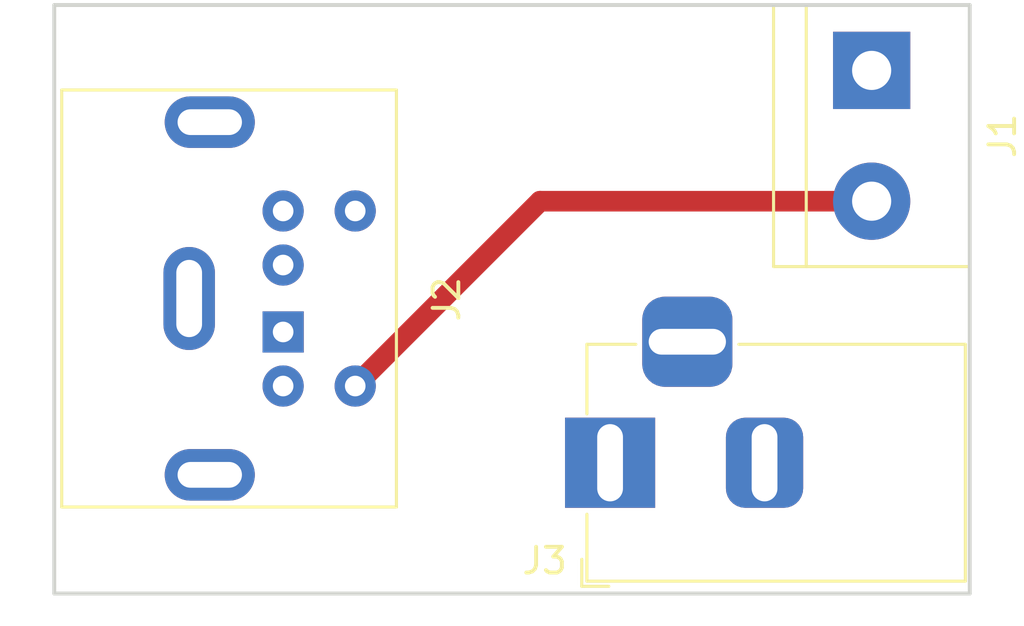
<source format=kicad_pcb>
(kicad_pcb (version 20171130) (host pcbnew 5.0.2+dfsg1-1~bpo9+1)

  (general
    (thickness 1.6)
    (drawings 4)
    (tracks 2)
    (zones 0)
    (modules 3)
    (nets 6)
  )

  (page A4)
  (layers
    (0 F.Cu signal)
    (31 B.Cu signal)
    (32 B.Adhes user)
    (33 F.Adhes user)
    (34 B.Paste user)
    (35 F.Paste user)
    (36 B.SilkS user)
    (37 F.SilkS user)
    (38 B.Mask user)
    (39 F.Mask user)
    (40 Dwgs.User user)
    (41 Cmts.User user)
    (42 Eco1.User user)
    (43 Eco2.User user)
    (44 Edge.Cuts user)
    (45 Margin user)
    (46 B.CrtYd user)
    (47 F.CrtYd user)
    (48 B.Fab user)
    (49 F.Fab user)
  )

  (setup
    (last_trace_width 0.25)
    (trace_clearance 0.2)
    (zone_clearance 0.508)
    (zone_45_only no)
    (trace_min 0.2)
    (segment_width 0.2)
    (edge_width 0.15)
    (via_size 0.8)
    (via_drill 0.4)
    (via_min_size 0.4)
    (via_min_drill 0.3)
    (uvia_size 0.3)
    (uvia_drill 0.1)
    (uvias_allowed no)
    (uvia_min_size 0.2)
    (uvia_min_drill 0.1)
    (pcb_text_width 0.3)
    (pcb_text_size 1.5 1.5)
    (mod_edge_width 0.15)
    (mod_text_size 1 1)
    (mod_text_width 0.15)
    (pad_size 1.524 1.524)
    (pad_drill 0.762)
    (pad_to_mask_clearance 0.051)
    (solder_mask_min_width 0.25)
    (aux_axis_origin 0 0)
    (visible_elements FFFFFF7F)
    (pcbplotparams
      (layerselection 0x010fc_ffffffff)
      (usegerberextensions false)
      (usegerberattributes false)
      (usegerberadvancedattributes false)
      (creategerberjobfile false)
      (excludeedgelayer true)
      (linewidth 0.100000)
      (plotframeref false)
      (viasonmask false)
      (mode 1)
      (useauxorigin false)
      (hpglpennumber 1)
      (hpglpenspeed 20)
      (hpglpendiameter 15.000000)
      (psnegative false)
      (psa4output false)
      (plotreference true)
      (plotvalue true)
      (plotinvisibletext false)
      (padsonsilk false)
      (subtractmaskfromsilk false)
      (outputformat 4)
      (mirror false)
      (drillshape 0)
      (scaleselection 1)
      (outputdirectory "/home/fabien/projects/amstrad_cpc6128/psu/"))
  )

  (net 0 "")
  (net 1 /+5V)
  (net 2 /GND)
  (net 3 /+12V)
  (net 4 "Net-(J3-Pad2)")
  (net 5 "Net-(J3-Pad1)")

  (net_class Default "Ceci est la Netclass par défaut."
    (clearance 0.2)
    (trace_width 0.25)
    (via_dia 0.8)
    (via_drill 0.4)
    (uvia_dia 0.3)
    (uvia_drill 0.1)
    (add_net /GND)
    (add_net "Net-(J3-Pad1)")
    (add_net "Net-(J3-Pad2)")
  )

  (net_class "5-12V 2A" ""
    (clearance 0.6)
    (trace_width 0.8)
    (via_dia 0.8)
    (via_drill 0.4)
    (uvia_dia 0.3)
    (uvia_drill 0.1)
    (add_net /+12V)
    (add_net /+5V)
  )

  (module TerminalBlock:TerminalBlock_bornier-2_P5.08mm (layer F.Cu) (tedit 59FF03AB) (tstamp 5ED37217)
    (at 152.4 85.09 270)
    (descr "simple 2-pin terminal block, pitch 5.08mm, revamped version of bornier2")
    (tags "terminal block bornier2")
    (path /5EBB0608)
    (fp_text reference J1 (at 2.54 -5.08 270) (layer F.SilkS)
      (effects (font (size 1 1) (thickness 0.15)))
    )
    (fp_text value "DC 5V" (at 2.54 5.08 270) (layer F.Fab)
      (effects (font (size 1 1) (thickness 0.15)))
    )
    (fp_line (start 7.79 4) (end -2.71 4) (layer F.CrtYd) (width 0.05))
    (fp_line (start 7.79 4) (end 7.79 -4) (layer F.CrtYd) (width 0.05))
    (fp_line (start -2.71 -4) (end -2.71 4) (layer F.CrtYd) (width 0.05))
    (fp_line (start -2.71 -4) (end 7.79 -4) (layer F.CrtYd) (width 0.05))
    (fp_line (start -2.54 3.81) (end 7.62 3.81) (layer F.SilkS) (width 0.12))
    (fp_line (start -2.54 -3.81) (end -2.54 3.81) (layer F.SilkS) (width 0.12))
    (fp_line (start 7.62 -3.81) (end -2.54 -3.81) (layer F.SilkS) (width 0.12))
    (fp_line (start 7.62 3.81) (end 7.62 -3.81) (layer F.SilkS) (width 0.12))
    (fp_line (start 7.62 2.54) (end -2.54 2.54) (layer F.SilkS) (width 0.12))
    (fp_line (start 7.54 -3.75) (end -2.46 -3.75) (layer F.Fab) (width 0.1))
    (fp_line (start 7.54 3.75) (end 7.54 -3.75) (layer F.Fab) (width 0.1))
    (fp_line (start -2.46 3.75) (end 7.54 3.75) (layer F.Fab) (width 0.1))
    (fp_line (start -2.46 -3.75) (end -2.46 3.75) (layer F.Fab) (width 0.1))
    (fp_line (start -2.41 2.55) (end 7.49 2.55) (layer F.Fab) (width 0.1))
    (fp_text user %R (at 2.54 0 270) (layer F.Fab)
      (effects (font (size 1 1) (thickness 0.15)))
    )
    (pad 2 thru_hole circle (at 5.08 0 270) (size 3 3) (drill 1.52) (layers *.Cu *.Mask)
      (net 1 /+5V))
    (pad 1 thru_hole rect (at 0 0 270) (size 3 3) (drill 1.52) (layers *.Cu *.Mask)
      (net 2 /GND))
    (model ${KISYS3DMOD}/TerminalBlock.3dshapes/TerminalBlock_bornier-2_P5.08mm.wrl
      (offset (xyz 2.539999961853027 0 0))
      (scale (xyz 1 1 1))
      (rotate (xyz 0 0 0))
    )
  )

  (module Custom_Footprints:Connector_Mini-DIN_Female_6Pin_2rows (layer F.Cu) (tedit 58E946D2) (tstamp 5ED37050)
    (at 129.54 95.25 270)
    (descr "A footprint for the generic 6 pin Mini-DIN through hole connector with shell.")
    (tags "mini din 6pin connector socket")
    (path /5EBB01DA)
    (fp_text reference J2 (at -1.27 -6.35 270) (layer F.SilkS)
      (effects (font (size 1 1) (thickness 0.15)))
    )
    (fp_text value Mini-DIN-6 (at -0.03 10.15 270) (layer F.Fab)
      (effects (font (size 1 1) (thickness 0.15)))
    )
    (fp_line (start 7.19 9) (end -9.81 9) (layer F.CrtYd) (width 0.05))
    (fp_line (start 7.19 9) (end 7.19 -5.05) (layer F.CrtYd) (width 0.05))
    (fp_line (start -9.81 -5.05) (end -9.81 9) (layer F.CrtYd) (width 0.05))
    (fp_line (start -9.81 -5.05) (end 7.19 -5.05) (layer F.CrtYd) (width 0.05))
    (fp_line (start -9.4 8.6) (end 6.8 8.6) (layer F.SilkS) (width 0.12))
    (fp_line (start -9.4 -4.4) (end 6.8 -4.4) (layer F.SilkS) (width 0.12))
    (fp_line (start -9.4 -4.4) (end -9.4 8.6) (layer F.SilkS) (width 0.12))
    (fp_line (start 6.8 -4.4) (end 6.8 8.6) (layer F.SilkS) (width 0.12))
    (fp_line (start -9.3 -4.3) (end 6.7 -4.3) (layer F.Fab) (width 0.1))
    (fp_line (start -9.3 8.5) (end -9.3 -4.3) (layer F.Fab) (width 0.1))
    (fp_line (start 6.7 8.5) (end -9.3 8.5) (layer F.Fab) (width 0.1))
    (fp_line (start 6.7 -4.3) (end 6.7 8.5) (layer F.Fab) (width 0.1))
    (fp_text user %R (at -1.27 -6.35 270) (layer F.Fab)
      (effects (font (size 1 1) (thickness 0.15)))
    )
    (pad 7 thru_hole oval (at -1.3 3.65 270) (size 4 2) (drill oval 3 1) (layers *.Cu *.Mask))
    (pad 6 thru_hole circle (at -4.7 -2.8 270) (size 1.6 1.6) (drill 0.8) (layers *.Cu *.Mask)
      (net 2 /GND))
    (pad 5 thru_hole circle (at 2.1 -2.8 270) (size 1.6 1.6) (drill 0.8) (layers *.Cu *.Mask)
      (net 1 /+5V))
    (pad 4 thru_hole circle (at -4.7 0 270) (size 1.6 1.6) (drill 0.8) (layers *.Cu *.Mask)
      (net 2 /GND))
    (pad 3 thru_hole circle (at 2.1 0 270) (size 1.6 1.6) (drill 0.8) (layers *.Cu *.Mask)
      (net 1 /+5V))
    (pad 2 thru_hole circle (at -2.6 0 270) (size 1.6 1.6) (drill 0.8) (layers *.Cu *.Mask)
      (net 3 /+12V))
    (pad 1 thru_hole rect (at 0 0 270) (size 1.6 1.6) (drill 0.8) (layers *.Cu *.Mask)
      (net 3 /+12V))
    (pad 7 thru_hole oval (at 5.55 2.85 270) (size 2 3.5) (drill oval 1 2.5) (layers *.Cu *.Mask))
    (pad 7 thru_hole oval (at -8.15 2.85 270) (size 2 3.5) (drill oval 1 2.5) (layers *.Cu *.Mask))
  )

  (module Connector_BarrelJack:BarrelJack_Horizontal (layer F.Cu) (tedit 5A1DBF6A) (tstamp 5ED37073)
    (at 142.24 100.33 180)
    (descr "DC Barrel Jack")
    (tags "Power Jack")
    (path /5EBB033A)
    (fp_text reference J3 (at 2.54 -3.81 180) (layer F.SilkS)
      (effects (font (size 1 1) (thickness 0.15)))
    )
    (fp_text value "DC 12V" (at -6.2 -5.5 180) (layer F.Fab)
      (effects (font (size 1 1) (thickness 0.15)))
    )
    (fp_line (start 0 -4.5) (end -13.7 -4.5) (layer F.Fab) (width 0.1))
    (fp_line (start 0.8 4.5) (end 0.8 -3.75) (layer F.Fab) (width 0.1))
    (fp_line (start -13.7 4.5) (end 0.8 4.5) (layer F.Fab) (width 0.1))
    (fp_line (start -13.7 -4.5) (end -13.7 4.5) (layer F.Fab) (width 0.1))
    (fp_line (start -10.2 -4.5) (end -10.2 4.5) (layer F.Fab) (width 0.1))
    (fp_line (start 0.9 -4.6) (end 0.9 -2) (layer F.SilkS) (width 0.12))
    (fp_line (start -13.8 -4.6) (end 0.9 -4.6) (layer F.SilkS) (width 0.12))
    (fp_line (start 0.9 4.6) (end -1 4.6) (layer F.SilkS) (width 0.12))
    (fp_line (start 0.9 1.9) (end 0.9 4.6) (layer F.SilkS) (width 0.12))
    (fp_line (start -13.8 4.6) (end -13.8 -4.6) (layer F.SilkS) (width 0.12))
    (fp_line (start -5 4.6) (end -13.8 4.6) (layer F.SilkS) (width 0.12))
    (fp_line (start -14 4.75) (end -14 -4.75) (layer F.CrtYd) (width 0.05))
    (fp_line (start -5 4.75) (end -14 4.75) (layer F.CrtYd) (width 0.05))
    (fp_line (start -5 6.75) (end -5 4.75) (layer F.CrtYd) (width 0.05))
    (fp_line (start -1 6.75) (end -5 6.75) (layer F.CrtYd) (width 0.05))
    (fp_line (start -1 4.75) (end -1 6.75) (layer F.CrtYd) (width 0.05))
    (fp_line (start 1 4.75) (end -1 4.75) (layer F.CrtYd) (width 0.05))
    (fp_line (start 1 2) (end 1 4.75) (layer F.CrtYd) (width 0.05))
    (fp_line (start 2 2) (end 1 2) (layer F.CrtYd) (width 0.05))
    (fp_line (start 2 -2) (end 2 2) (layer F.CrtYd) (width 0.05))
    (fp_line (start 1 -2) (end 2 -2) (layer F.CrtYd) (width 0.05))
    (fp_line (start 1 -4.5) (end 1 -2) (layer F.CrtYd) (width 0.05))
    (fp_line (start 1 -4.75) (end -14 -4.75) (layer F.CrtYd) (width 0.05))
    (fp_line (start 1 -4.5) (end 1 -4.75) (layer F.CrtYd) (width 0.05))
    (fp_line (start 0.05 -4.8) (end 1.1 -4.8) (layer F.SilkS) (width 0.12))
    (fp_line (start 1.1 -3.75) (end 1.1 -4.8) (layer F.SilkS) (width 0.12))
    (fp_line (start -0.003213 -4.505425) (end 0.8 -3.75) (layer F.Fab) (width 0.1))
    (fp_text user %R (at -3 -2.95 180) (layer F.Fab)
      (effects (font (size 1 1) (thickness 0.15)))
    )
    (pad 3 thru_hole roundrect (at -3 4.7 180) (size 3.5 3.5) (drill oval 3 1) (layers *.Cu *.Mask) (roundrect_rratio 0.25))
    (pad 2 thru_hole roundrect (at -6 0 180) (size 3 3.5) (drill oval 1 3) (layers *.Cu *.Mask) (roundrect_rratio 0.25)
      (net 4 "Net-(J3-Pad2)"))
    (pad 1 thru_hole rect (at 0 0 180) (size 3.5 3.5) (drill oval 1 3) (layers *.Cu *.Mask)
      (net 5 "Net-(J3-Pad1)"))
    (model ${KISYS3DMOD}/Connector_BarrelJack.3dshapes/BarrelJack_Horizontal.wrl
      (at (xyz 0 0 0))
      (scale (xyz 1 1 1))
      (rotate (xyz 0 0 0))
    )
  )

  (gr_line (start 120.65 82.55) (end 120.65 105.41) (layer Edge.Cuts) (width 0.15))
  (gr_line (start 156.21 82.55) (end 120.65 82.55) (layer Edge.Cuts) (width 0.15))
  (gr_line (start 156.21 105.41) (end 156.21 82.55) (layer Edge.Cuts) (width 0.15))
  (gr_line (start 120.65 105.41) (end 156.21 105.41) (layer Edge.Cuts) (width 0.15))

  (segment (start 132.34 97.35) (end 139.52 90.17) (width 0.8) (layer F.Cu) (net 1))
  (segment (start 139.52 90.17) (end 152.4 90.17) (width 0.8) (layer F.Cu) (net 1))

)

</source>
